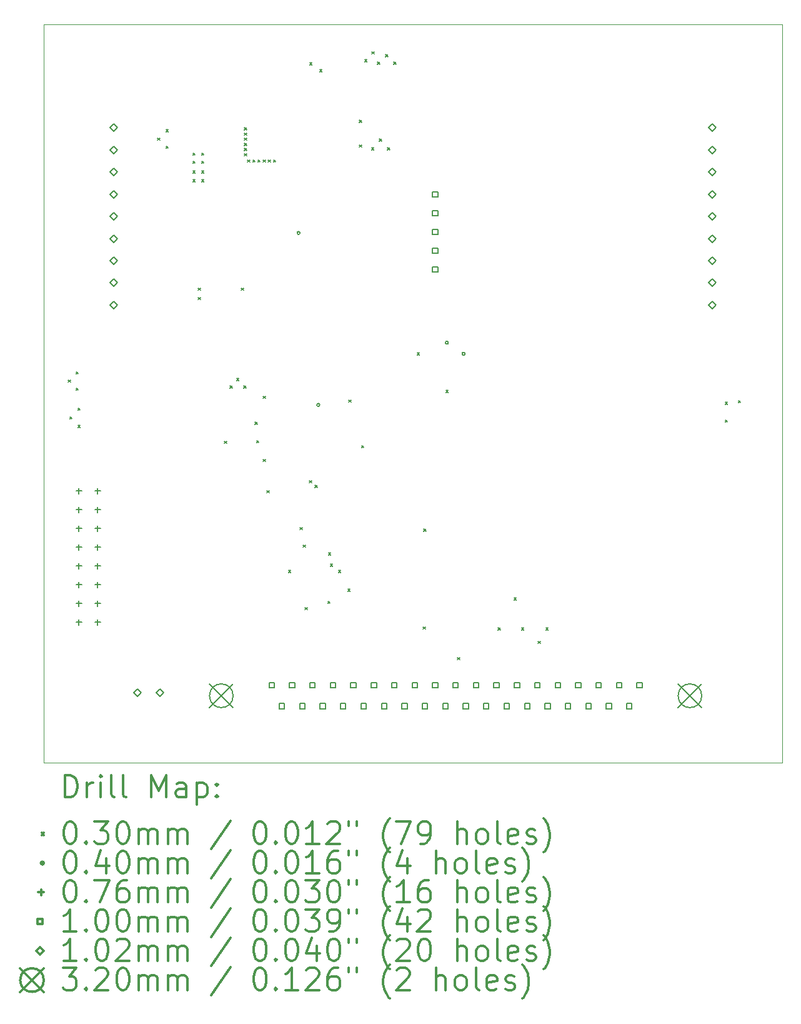
<source format=gbr>
%FSLAX45Y45*%
G04 Gerber Fmt 4.5, Leading zero omitted, Abs format (unit mm)*
G04 Created by KiCad (PCBNEW (5.1.4)-1) date 2021-11-30 13:29:08*
%MOMM*%
%LPD*%
G04 APERTURE LIST*
%ADD10C,0.050000*%
%ADD11C,0.200000*%
%ADD12C,0.300000*%
G04 APERTURE END LIST*
D10*
X17500000Y-16000000D02*
X7500000Y-16000000D01*
X17500000Y-6000000D02*
X17500000Y-16000000D01*
X7500000Y-6000000D02*
X17500000Y-6000000D01*
X7500000Y-16000000D02*
X7500000Y-6000000D01*
D11*
X7830000Y-10815000D02*
X7860000Y-10845000D01*
X7860000Y-10815000D02*
X7830000Y-10845000D01*
X7850000Y-11315000D02*
X7880000Y-11345000D01*
X7880000Y-11315000D02*
X7850000Y-11345000D01*
X7935000Y-10705000D02*
X7965000Y-10735000D01*
X7965000Y-10705000D02*
X7935000Y-10735000D01*
X7935000Y-10925000D02*
X7965000Y-10955000D01*
X7965000Y-10925000D02*
X7935000Y-10955000D01*
X7960000Y-11195000D02*
X7990000Y-11225000D01*
X7990000Y-11195000D02*
X7960000Y-11225000D01*
X7960000Y-11430000D02*
X7990000Y-11460000D01*
X7990000Y-11430000D02*
X7960000Y-11460000D01*
X9040000Y-7540000D02*
X9070000Y-7570000D01*
X9070000Y-7540000D02*
X9040000Y-7570000D01*
X9155000Y-7425000D02*
X9185000Y-7455000D01*
X9185000Y-7425000D02*
X9155000Y-7455000D01*
X9155000Y-7650000D02*
X9185000Y-7680000D01*
X9185000Y-7650000D02*
X9155000Y-7680000D01*
X9588000Y-9698000D02*
X9618000Y-9728000D01*
X9618000Y-9698000D02*
X9588000Y-9728000D01*
X9589000Y-9571000D02*
X9619000Y-9601000D01*
X9619000Y-9571000D02*
X9589000Y-9601000D01*
X9944820Y-11643598D02*
X9974820Y-11673598D01*
X9974820Y-11643598D02*
X9944820Y-11673598D01*
X10020000Y-10895000D02*
X10050000Y-10925000D01*
X10050000Y-10895000D02*
X10020000Y-10925000D01*
X10110000Y-10795000D02*
X10140000Y-10825000D01*
X10140000Y-10795000D02*
X10110000Y-10825000D01*
X10176000Y-9571000D02*
X10206000Y-9601000D01*
X10206000Y-9571000D02*
X10176000Y-9601000D01*
X10208500Y-10895000D02*
X10238500Y-10925000D01*
X10238500Y-10895000D02*
X10208500Y-10925000D01*
X10215000Y-7400000D02*
X10245000Y-7430000D01*
X10245000Y-7400000D02*
X10215000Y-7430000D01*
X10215000Y-7470000D02*
X10245000Y-7500000D01*
X10245000Y-7470000D02*
X10215000Y-7500000D01*
X10215000Y-7540000D02*
X10245000Y-7570000D01*
X10245000Y-7540000D02*
X10215000Y-7570000D01*
X10215000Y-7610000D02*
X10245000Y-7640000D01*
X10245000Y-7610000D02*
X10215000Y-7640000D01*
X10215000Y-7680000D02*
X10245000Y-7710000D01*
X10245000Y-7680000D02*
X10215000Y-7710000D01*
X10215000Y-7750000D02*
X10245000Y-7780000D01*
X10245000Y-7750000D02*
X10215000Y-7780000D01*
X10260000Y-7835000D02*
X10290000Y-7865000D01*
X10290000Y-7835000D02*
X10260000Y-7865000D01*
X10330000Y-7835000D02*
X10360000Y-7865000D01*
X10360000Y-7835000D02*
X10330000Y-7865000D01*
X10358360Y-11387060D02*
X10388360Y-11417060D01*
X10388360Y-11387060D02*
X10358360Y-11417060D01*
X10380000Y-11635000D02*
X10410000Y-11665000D01*
X10410000Y-11635000D02*
X10380000Y-11665000D01*
X10400000Y-7835000D02*
X10430000Y-7865000D01*
X10430000Y-7835000D02*
X10400000Y-7865000D01*
X10470000Y-7835000D02*
X10500000Y-7865000D01*
X10500000Y-7835000D02*
X10470000Y-7865000D01*
X10470000Y-11035000D02*
X10500000Y-11065000D01*
X10500000Y-11035000D02*
X10470000Y-11065000D01*
X10470000Y-11890000D02*
X10500000Y-11920000D01*
X10500000Y-11890000D02*
X10470000Y-11920000D01*
X10520920Y-12311620D02*
X10550920Y-12341620D01*
X10550920Y-12311620D02*
X10520920Y-12341620D01*
X10540000Y-7835000D02*
X10570000Y-7865000D01*
X10570000Y-7835000D02*
X10540000Y-7865000D01*
X10610000Y-7835000D02*
X10640000Y-7865000D01*
X10640000Y-7835000D02*
X10610000Y-7865000D01*
X10815000Y-13395000D02*
X10845000Y-13425000D01*
X10845000Y-13395000D02*
X10815000Y-13425000D01*
X10970500Y-12814540D02*
X11000500Y-12844540D01*
X11000500Y-12814540D02*
X10970500Y-12844540D01*
X11011140Y-13048220D02*
X11041140Y-13078220D01*
X11041140Y-13048220D02*
X11011140Y-13078220D01*
X11036776Y-13896580D02*
X11066776Y-13926580D01*
X11066776Y-13896580D02*
X11036776Y-13926580D01*
X11094960Y-12177000D02*
X11124960Y-12207000D01*
X11124960Y-12177000D02*
X11094960Y-12207000D01*
X11100000Y-6520000D02*
X11130000Y-6550000D01*
X11130000Y-6520000D02*
X11100000Y-6550000D01*
X11170920Y-12243040D02*
X11200920Y-12273040D01*
X11200920Y-12243040D02*
X11170920Y-12273040D01*
X11235000Y-6610000D02*
X11265000Y-6640000D01*
X11265000Y-6610000D02*
X11235000Y-6640000D01*
X11346420Y-13812760D02*
X11376420Y-13842760D01*
X11376420Y-13812760D02*
X11346420Y-13842760D01*
X11356580Y-13154900D02*
X11386580Y-13184900D01*
X11386580Y-13154900D02*
X11356580Y-13184900D01*
X11380000Y-13310000D02*
X11410000Y-13340000D01*
X11410000Y-13310000D02*
X11380000Y-13340000D01*
X11490000Y-13395000D02*
X11520000Y-13425000D01*
X11520000Y-13395000D02*
X11490000Y-13425000D01*
X11615660Y-13647420D02*
X11645660Y-13677420D01*
X11645660Y-13647420D02*
X11615660Y-13677420D01*
X11630900Y-11087340D02*
X11660900Y-11117340D01*
X11660900Y-11087340D02*
X11630900Y-11117340D01*
X11775000Y-7295000D02*
X11805000Y-7325000D01*
X11805000Y-7295000D02*
X11775000Y-7325000D01*
X11775000Y-7630000D02*
X11805000Y-7660000D01*
X11805000Y-7630000D02*
X11775000Y-7660000D01*
X11805001Y-11705000D02*
X11835001Y-11735000D01*
X11835001Y-11705000D02*
X11805001Y-11735000D01*
X11845000Y-6475000D02*
X11875000Y-6505000D01*
X11875000Y-6475000D02*
X11845000Y-6505000D01*
X11940000Y-7670000D02*
X11970000Y-7700000D01*
X11970000Y-7670000D02*
X11940000Y-7700000D01*
X11945000Y-6370000D02*
X11975000Y-6400000D01*
X11975000Y-6370000D02*
X11945000Y-6400000D01*
X12020000Y-6510000D02*
X12050000Y-6540000D01*
X12050000Y-6510000D02*
X12020000Y-6540000D01*
X12045000Y-7550000D02*
X12075000Y-7580000D01*
X12075000Y-7550000D02*
X12045000Y-7580000D01*
X12130000Y-6410000D02*
X12160000Y-6440000D01*
X12160000Y-6410000D02*
X12130000Y-6440000D01*
X12155000Y-7670000D02*
X12185000Y-7700000D01*
X12185000Y-7670000D02*
X12155000Y-7700000D01*
X12240000Y-6510000D02*
X12270000Y-6540000D01*
X12270000Y-6510000D02*
X12240000Y-6540000D01*
X12558000Y-10447260D02*
X12588000Y-10477260D01*
X12588000Y-10447260D02*
X12558000Y-10477260D01*
X12640000Y-14157540D02*
X12670000Y-14187540D01*
X12670000Y-14157540D02*
X12640000Y-14187540D01*
X12645000Y-12835000D02*
X12675000Y-12865000D01*
X12675000Y-12835000D02*
X12645000Y-12865000D01*
X12946040Y-10955260D02*
X12976040Y-10985260D01*
X12976040Y-10955260D02*
X12946040Y-10985260D01*
X13102500Y-14572500D02*
X13132500Y-14602500D01*
X13132500Y-14572500D02*
X13102500Y-14602500D01*
X13652740Y-14173440D02*
X13682740Y-14203440D01*
X13682740Y-14173440D02*
X13652740Y-14203440D01*
X13871180Y-13767040D02*
X13901180Y-13797040D01*
X13901180Y-13767040D02*
X13871180Y-13797040D01*
X13970240Y-14173440D02*
X14000240Y-14203440D01*
X14000240Y-14173440D02*
X13970240Y-14203440D01*
X14195000Y-14352500D02*
X14225000Y-14382500D01*
X14225000Y-14352500D02*
X14195000Y-14382500D01*
X14302980Y-14170900D02*
X14332980Y-14200900D01*
X14332980Y-14170900D02*
X14302980Y-14200900D01*
X16730000Y-11117500D02*
X16760000Y-11147500D01*
X16760000Y-11117500D02*
X16730000Y-11147500D01*
X16730000Y-11357500D02*
X16760000Y-11387500D01*
X16760000Y-11357500D02*
X16730000Y-11387500D01*
X16910000Y-11095000D02*
X16940000Y-11125000D01*
X16940000Y-11095000D02*
X16910000Y-11125000D01*
X9518220Y-7741500D02*
X9548220Y-7771500D01*
X9548220Y-7741500D02*
X9518220Y-7771500D01*
X9518220Y-7851500D02*
X9548220Y-7881500D01*
X9548220Y-7851500D02*
X9518220Y-7881500D01*
X9518220Y-7981500D02*
X9548220Y-8011500D01*
X9548220Y-7981500D02*
X9518220Y-8011500D01*
X9518220Y-8101500D02*
X9548220Y-8131500D01*
X9548220Y-8101500D02*
X9518220Y-8131500D01*
X9638220Y-7741500D02*
X9668220Y-7771500D01*
X9668220Y-7741500D02*
X9638220Y-7771500D01*
X9638220Y-7851500D02*
X9668220Y-7881500D01*
X9668220Y-7851500D02*
X9638220Y-7881500D01*
X9638220Y-7981500D02*
X9668220Y-8011500D01*
X9668220Y-7981500D02*
X9638220Y-8011500D01*
X9638220Y-8101500D02*
X9668220Y-8131500D01*
X9668220Y-8101500D02*
X9638220Y-8131500D01*
X10970000Y-8825000D02*
G75*
G03X10970000Y-8825000I-20000J0D01*
G01*
X11237500Y-11152500D02*
G75*
G03X11237500Y-11152500I-20000J0D01*
G01*
X12980000Y-10310000D02*
G75*
G03X12980000Y-10310000I-20000J0D01*
G01*
X13205000Y-10460000D02*
G75*
G03X13205000Y-10460000I-20000J0D01*
G01*
X7974000Y-12278880D02*
X7974000Y-12355080D01*
X7935900Y-12316980D02*
X8012100Y-12316980D01*
X7974000Y-12532880D02*
X7974000Y-12609080D01*
X7935900Y-12570980D02*
X8012100Y-12570980D01*
X7974000Y-12786880D02*
X7974000Y-12863080D01*
X7935900Y-12824980D02*
X8012100Y-12824980D01*
X7974000Y-13040880D02*
X7974000Y-13117080D01*
X7935900Y-13078980D02*
X8012100Y-13078980D01*
X7974000Y-13294880D02*
X7974000Y-13371080D01*
X7935900Y-13332980D02*
X8012100Y-13332980D01*
X7974000Y-13548880D02*
X7974000Y-13625080D01*
X7935900Y-13586980D02*
X8012100Y-13586980D01*
X7974000Y-13802880D02*
X7974000Y-13879080D01*
X7935900Y-13840980D02*
X8012100Y-13840980D01*
X7974000Y-14056880D02*
X7974000Y-14133080D01*
X7935900Y-14094980D02*
X8012100Y-14094980D01*
X8228000Y-12278880D02*
X8228000Y-12355080D01*
X8189900Y-12316980D02*
X8266100Y-12316980D01*
X8228000Y-12532880D02*
X8228000Y-12609080D01*
X8189900Y-12570980D02*
X8266100Y-12570980D01*
X8228000Y-12786880D02*
X8228000Y-12863080D01*
X8189900Y-12824980D02*
X8266100Y-12824980D01*
X8228000Y-13040880D02*
X8228000Y-13117080D01*
X8189900Y-13078980D02*
X8266100Y-13078980D01*
X8228000Y-13294880D02*
X8228000Y-13371080D01*
X8189900Y-13332980D02*
X8266100Y-13332980D01*
X8228000Y-13548880D02*
X8228000Y-13625080D01*
X8189900Y-13586980D02*
X8266100Y-13586980D01*
X8228000Y-13802880D02*
X8228000Y-13879080D01*
X8189900Y-13840980D02*
X8266100Y-13840980D01*
X8228000Y-14056880D02*
X8228000Y-14133080D01*
X8189900Y-14094980D02*
X8266100Y-14094980D01*
X12835356Y-8340356D02*
X12835356Y-8269644D01*
X12764644Y-8269644D01*
X12764644Y-8340356D01*
X12835356Y-8340356D01*
X12835356Y-8594356D02*
X12835356Y-8523644D01*
X12764644Y-8523644D01*
X12764644Y-8594356D01*
X12835356Y-8594356D01*
X12835356Y-8848356D02*
X12835356Y-8777644D01*
X12764644Y-8777644D01*
X12764644Y-8848356D01*
X12835356Y-8848356D01*
X12835356Y-9102356D02*
X12835356Y-9031644D01*
X12764644Y-9031644D01*
X12764644Y-9102356D01*
X12835356Y-9102356D01*
X12835356Y-9356356D02*
X12835356Y-9285644D01*
X12764644Y-9285644D01*
X12764644Y-9356356D01*
X12835356Y-9356356D01*
X10620356Y-14985356D02*
X10620356Y-14914644D01*
X10549644Y-14914644D01*
X10549644Y-14985356D01*
X10620356Y-14985356D01*
X10758856Y-15269356D02*
X10758856Y-15198644D01*
X10688144Y-15198644D01*
X10688144Y-15269356D01*
X10758856Y-15269356D01*
X10897356Y-14985356D02*
X10897356Y-14914644D01*
X10826644Y-14914644D01*
X10826644Y-14985356D01*
X10897356Y-14985356D01*
X11035856Y-15269356D02*
X11035856Y-15198644D01*
X10965144Y-15198644D01*
X10965144Y-15269356D01*
X11035856Y-15269356D01*
X11174356Y-14985356D02*
X11174356Y-14914644D01*
X11103644Y-14914644D01*
X11103644Y-14985356D01*
X11174356Y-14985356D01*
X11312856Y-15269356D02*
X11312856Y-15198644D01*
X11242144Y-15198644D01*
X11242144Y-15269356D01*
X11312856Y-15269356D01*
X11451356Y-14985356D02*
X11451356Y-14914644D01*
X11380644Y-14914644D01*
X11380644Y-14985356D01*
X11451356Y-14985356D01*
X11589856Y-15269356D02*
X11589856Y-15198644D01*
X11519144Y-15198644D01*
X11519144Y-15269356D01*
X11589856Y-15269356D01*
X11728356Y-14985356D02*
X11728356Y-14914644D01*
X11657644Y-14914644D01*
X11657644Y-14985356D01*
X11728356Y-14985356D01*
X11866856Y-15269356D02*
X11866856Y-15198644D01*
X11796144Y-15198644D01*
X11796144Y-15269356D01*
X11866856Y-15269356D01*
X12005356Y-14985356D02*
X12005356Y-14914644D01*
X11934644Y-14914644D01*
X11934644Y-14985356D01*
X12005356Y-14985356D01*
X12143856Y-15269356D02*
X12143856Y-15198644D01*
X12073144Y-15198644D01*
X12073144Y-15269356D01*
X12143856Y-15269356D01*
X12282356Y-14985356D02*
X12282356Y-14914644D01*
X12211644Y-14914644D01*
X12211644Y-14985356D01*
X12282356Y-14985356D01*
X12420856Y-15269356D02*
X12420856Y-15198644D01*
X12350144Y-15198644D01*
X12350144Y-15269356D01*
X12420856Y-15269356D01*
X12559356Y-14985356D02*
X12559356Y-14914644D01*
X12488644Y-14914644D01*
X12488644Y-14985356D01*
X12559356Y-14985356D01*
X12697856Y-15269356D02*
X12697856Y-15198644D01*
X12627144Y-15198644D01*
X12627144Y-15269356D01*
X12697856Y-15269356D01*
X12836356Y-14985356D02*
X12836356Y-14914644D01*
X12765644Y-14914644D01*
X12765644Y-14985356D01*
X12836356Y-14985356D01*
X12974856Y-15269356D02*
X12974856Y-15198644D01*
X12904144Y-15198644D01*
X12904144Y-15269356D01*
X12974856Y-15269356D01*
X13113356Y-14985356D02*
X13113356Y-14914644D01*
X13042644Y-14914644D01*
X13042644Y-14985356D01*
X13113356Y-14985356D01*
X13251856Y-15269356D02*
X13251856Y-15198644D01*
X13181144Y-15198644D01*
X13181144Y-15269356D01*
X13251856Y-15269356D01*
X13390356Y-14985356D02*
X13390356Y-14914644D01*
X13319644Y-14914644D01*
X13319644Y-14985356D01*
X13390356Y-14985356D01*
X13528856Y-15269356D02*
X13528856Y-15198644D01*
X13458144Y-15198644D01*
X13458144Y-15269356D01*
X13528856Y-15269356D01*
X13667356Y-14985356D02*
X13667356Y-14914644D01*
X13596644Y-14914644D01*
X13596644Y-14985356D01*
X13667356Y-14985356D01*
X13805856Y-15269356D02*
X13805856Y-15198644D01*
X13735144Y-15198644D01*
X13735144Y-15269356D01*
X13805856Y-15269356D01*
X13944356Y-14985356D02*
X13944356Y-14914644D01*
X13873644Y-14914644D01*
X13873644Y-14985356D01*
X13944356Y-14985356D01*
X14082856Y-15269356D02*
X14082856Y-15198644D01*
X14012144Y-15198644D01*
X14012144Y-15269356D01*
X14082856Y-15269356D01*
X14221356Y-14985356D02*
X14221356Y-14914644D01*
X14150644Y-14914644D01*
X14150644Y-14985356D01*
X14221356Y-14985356D01*
X14359856Y-15269356D02*
X14359856Y-15198644D01*
X14289144Y-15198644D01*
X14289144Y-15269356D01*
X14359856Y-15269356D01*
X14498356Y-14985356D02*
X14498356Y-14914644D01*
X14427644Y-14914644D01*
X14427644Y-14985356D01*
X14498356Y-14985356D01*
X14636856Y-15269356D02*
X14636856Y-15198644D01*
X14566144Y-15198644D01*
X14566144Y-15269356D01*
X14636856Y-15269356D01*
X14775356Y-14985356D02*
X14775356Y-14914644D01*
X14704644Y-14914644D01*
X14704644Y-14985356D01*
X14775356Y-14985356D01*
X14913856Y-15269356D02*
X14913856Y-15198644D01*
X14843144Y-15198644D01*
X14843144Y-15269356D01*
X14913856Y-15269356D01*
X15052356Y-14985356D02*
X15052356Y-14914644D01*
X14981644Y-14914644D01*
X14981644Y-14985356D01*
X15052356Y-14985356D01*
X15190856Y-15269356D02*
X15190856Y-15198644D01*
X15120144Y-15198644D01*
X15120144Y-15269356D01*
X15190856Y-15269356D01*
X15329356Y-14985356D02*
X15329356Y-14914644D01*
X15258644Y-14914644D01*
X15258644Y-14985356D01*
X15329356Y-14985356D01*
X15467856Y-15269356D02*
X15467856Y-15198644D01*
X15397144Y-15198644D01*
X15397144Y-15269356D01*
X15467856Y-15269356D01*
X15606356Y-14985356D02*
X15606356Y-14914644D01*
X15535644Y-14914644D01*
X15535644Y-14985356D01*
X15606356Y-14985356D01*
X16557000Y-7451000D02*
X16608000Y-7400000D01*
X16557000Y-7349000D01*
X16506000Y-7400000D01*
X16557000Y-7451000D01*
X16557000Y-7751000D02*
X16608000Y-7700000D01*
X16557000Y-7649000D01*
X16506000Y-7700000D01*
X16557000Y-7751000D01*
X16557000Y-8051000D02*
X16608000Y-8000000D01*
X16557000Y-7949000D01*
X16506000Y-8000000D01*
X16557000Y-8051000D01*
X16557000Y-8351000D02*
X16608000Y-8300000D01*
X16557000Y-8249000D01*
X16506000Y-8300000D01*
X16557000Y-8351000D01*
X16557000Y-8651000D02*
X16608000Y-8600000D01*
X16557000Y-8549000D01*
X16506000Y-8600000D01*
X16557000Y-8651000D01*
X16557000Y-8951000D02*
X16608000Y-8900000D01*
X16557000Y-8849000D01*
X16506000Y-8900000D01*
X16557000Y-8951000D01*
X16557000Y-9251000D02*
X16608000Y-9200000D01*
X16557000Y-9149000D01*
X16506000Y-9200000D01*
X16557000Y-9251000D01*
X16557000Y-9551000D02*
X16608000Y-9500000D01*
X16557000Y-9449000D01*
X16506000Y-9500000D01*
X16557000Y-9551000D01*
X16557000Y-9851000D02*
X16608000Y-9800000D01*
X16557000Y-9749000D01*
X16506000Y-9800000D01*
X16557000Y-9851000D01*
X8445700Y-7451000D02*
X8496700Y-7400000D01*
X8445700Y-7349000D01*
X8394700Y-7400000D01*
X8445700Y-7451000D01*
X8445700Y-7751000D02*
X8496700Y-7700000D01*
X8445700Y-7649000D01*
X8394700Y-7700000D01*
X8445700Y-7751000D01*
X8445700Y-8051000D02*
X8496700Y-8000000D01*
X8445700Y-7949000D01*
X8394700Y-8000000D01*
X8445700Y-8051000D01*
X8445700Y-8351000D02*
X8496700Y-8300000D01*
X8445700Y-8249000D01*
X8394700Y-8300000D01*
X8445700Y-8351000D01*
X8445700Y-8651000D02*
X8496700Y-8600000D01*
X8445700Y-8549000D01*
X8394700Y-8600000D01*
X8445700Y-8651000D01*
X8445700Y-8951000D02*
X8496700Y-8900000D01*
X8445700Y-8849000D01*
X8394700Y-8900000D01*
X8445700Y-8951000D01*
X8445700Y-9251000D02*
X8496700Y-9200000D01*
X8445700Y-9149000D01*
X8394700Y-9200000D01*
X8445700Y-9251000D01*
X8445700Y-9551000D02*
X8496700Y-9500000D01*
X8445700Y-9449000D01*
X8394700Y-9500000D01*
X8445700Y-9551000D01*
X8445700Y-9851000D02*
X8496700Y-9800000D01*
X8445700Y-9749000D01*
X8394700Y-9800000D01*
X8445700Y-9851000D01*
X8770000Y-15103500D02*
X8821000Y-15052500D01*
X8770000Y-15001500D01*
X8719000Y-15052500D01*
X8770000Y-15103500D01*
X9070000Y-15103500D02*
X9121000Y-15052500D01*
X9070000Y-15001500D01*
X9019000Y-15052500D01*
X9070000Y-15103500D01*
X9743000Y-14932000D02*
X10063000Y-15252000D01*
X10063000Y-14932000D02*
X9743000Y-15252000D01*
X10063000Y-15092000D02*
G75*
G03X10063000Y-15092000I-160000J0D01*
G01*
X16093000Y-14932000D02*
X16413000Y-15252000D01*
X16413000Y-14932000D02*
X16093000Y-15252000D01*
X16413000Y-15092000D02*
G75*
G03X16413000Y-15092000I-160000J0D01*
G01*
D12*
X7783928Y-16468214D02*
X7783928Y-16168214D01*
X7855357Y-16168214D01*
X7898214Y-16182500D01*
X7926786Y-16211071D01*
X7941071Y-16239643D01*
X7955357Y-16296786D01*
X7955357Y-16339643D01*
X7941071Y-16396786D01*
X7926786Y-16425357D01*
X7898214Y-16453929D01*
X7855357Y-16468214D01*
X7783928Y-16468214D01*
X8083928Y-16468214D02*
X8083928Y-16268214D01*
X8083928Y-16325357D02*
X8098214Y-16296786D01*
X8112500Y-16282500D01*
X8141071Y-16268214D01*
X8169643Y-16268214D01*
X8269643Y-16468214D02*
X8269643Y-16268214D01*
X8269643Y-16168214D02*
X8255357Y-16182500D01*
X8269643Y-16196786D01*
X8283928Y-16182500D01*
X8269643Y-16168214D01*
X8269643Y-16196786D01*
X8455357Y-16468214D02*
X8426786Y-16453929D01*
X8412500Y-16425357D01*
X8412500Y-16168214D01*
X8612500Y-16468214D02*
X8583928Y-16453929D01*
X8569643Y-16425357D01*
X8569643Y-16168214D01*
X8955357Y-16468214D02*
X8955357Y-16168214D01*
X9055357Y-16382500D01*
X9155357Y-16168214D01*
X9155357Y-16468214D01*
X9426786Y-16468214D02*
X9426786Y-16311071D01*
X9412500Y-16282500D01*
X9383928Y-16268214D01*
X9326786Y-16268214D01*
X9298214Y-16282500D01*
X9426786Y-16453929D02*
X9398214Y-16468214D01*
X9326786Y-16468214D01*
X9298214Y-16453929D01*
X9283928Y-16425357D01*
X9283928Y-16396786D01*
X9298214Y-16368214D01*
X9326786Y-16353929D01*
X9398214Y-16353929D01*
X9426786Y-16339643D01*
X9569643Y-16268214D02*
X9569643Y-16568214D01*
X9569643Y-16282500D02*
X9598214Y-16268214D01*
X9655357Y-16268214D01*
X9683928Y-16282500D01*
X9698214Y-16296786D01*
X9712500Y-16325357D01*
X9712500Y-16411071D01*
X9698214Y-16439643D01*
X9683928Y-16453929D01*
X9655357Y-16468214D01*
X9598214Y-16468214D01*
X9569643Y-16453929D01*
X9841071Y-16439643D02*
X9855357Y-16453929D01*
X9841071Y-16468214D01*
X9826786Y-16453929D01*
X9841071Y-16439643D01*
X9841071Y-16468214D01*
X9841071Y-16282500D02*
X9855357Y-16296786D01*
X9841071Y-16311071D01*
X9826786Y-16296786D01*
X9841071Y-16282500D01*
X9841071Y-16311071D01*
X7467500Y-16947500D02*
X7497500Y-16977500D01*
X7497500Y-16947500D02*
X7467500Y-16977500D01*
X7841071Y-16798214D02*
X7869643Y-16798214D01*
X7898214Y-16812500D01*
X7912500Y-16826786D01*
X7926786Y-16855357D01*
X7941071Y-16912500D01*
X7941071Y-16983929D01*
X7926786Y-17041072D01*
X7912500Y-17069643D01*
X7898214Y-17083929D01*
X7869643Y-17098214D01*
X7841071Y-17098214D01*
X7812500Y-17083929D01*
X7798214Y-17069643D01*
X7783928Y-17041072D01*
X7769643Y-16983929D01*
X7769643Y-16912500D01*
X7783928Y-16855357D01*
X7798214Y-16826786D01*
X7812500Y-16812500D01*
X7841071Y-16798214D01*
X8069643Y-17069643D02*
X8083928Y-17083929D01*
X8069643Y-17098214D01*
X8055357Y-17083929D01*
X8069643Y-17069643D01*
X8069643Y-17098214D01*
X8183928Y-16798214D02*
X8369643Y-16798214D01*
X8269643Y-16912500D01*
X8312500Y-16912500D01*
X8341071Y-16926786D01*
X8355357Y-16941072D01*
X8369643Y-16969643D01*
X8369643Y-17041072D01*
X8355357Y-17069643D01*
X8341071Y-17083929D01*
X8312500Y-17098214D01*
X8226786Y-17098214D01*
X8198214Y-17083929D01*
X8183928Y-17069643D01*
X8555357Y-16798214D02*
X8583928Y-16798214D01*
X8612500Y-16812500D01*
X8626786Y-16826786D01*
X8641071Y-16855357D01*
X8655357Y-16912500D01*
X8655357Y-16983929D01*
X8641071Y-17041072D01*
X8626786Y-17069643D01*
X8612500Y-17083929D01*
X8583928Y-17098214D01*
X8555357Y-17098214D01*
X8526786Y-17083929D01*
X8512500Y-17069643D01*
X8498214Y-17041072D01*
X8483928Y-16983929D01*
X8483928Y-16912500D01*
X8498214Y-16855357D01*
X8512500Y-16826786D01*
X8526786Y-16812500D01*
X8555357Y-16798214D01*
X8783928Y-17098214D02*
X8783928Y-16898214D01*
X8783928Y-16926786D02*
X8798214Y-16912500D01*
X8826786Y-16898214D01*
X8869643Y-16898214D01*
X8898214Y-16912500D01*
X8912500Y-16941072D01*
X8912500Y-17098214D01*
X8912500Y-16941072D02*
X8926786Y-16912500D01*
X8955357Y-16898214D01*
X8998214Y-16898214D01*
X9026786Y-16912500D01*
X9041071Y-16941072D01*
X9041071Y-17098214D01*
X9183928Y-17098214D02*
X9183928Y-16898214D01*
X9183928Y-16926786D02*
X9198214Y-16912500D01*
X9226786Y-16898214D01*
X9269643Y-16898214D01*
X9298214Y-16912500D01*
X9312500Y-16941072D01*
X9312500Y-17098214D01*
X9312500Y-16941072D02*
X9326786Y-16912500D01*
X9355357Y-16898214D01*
X9398214Y-16898214D01*
X9426786Y-16912500D01*
X9441071Y-16941072D01*
X9441071Y-17098214D01*
X10026786Y-16783929D02*
X9769643Y-17169643D01*
X10412500Y-16798214D02*
X10441071Y-16798214D01*
X10469643Y-16812500D01*
X10483928Y-16826786D01*
X10498214Y-16855357D01*
X10512500Y-16912500D01*
X10512500Y-16983929D01*
X10498214Y-17041072D01*
X10483928Y-17069643D01*
X10469643Y-17083929D01*
X10441071Y-17098214D01*
X10412500Y-17098214D01*
X10383928Y-17083929D01*
X10369643Y-17069643D01*
X10355357Y-17041072D01*
X10341071Y-16983929D01*
X10341071Y-16912500D01*
X10355357Y-16855357D01*
X10369643Y-16826786D01*
X10383928Y-16812500D01*
X10412500Y-16798214D01*
X10641071Y-17069643D02*
X10655357Y-17083929D01*
X10641071Y-17098214D01*
X10626786Y-17083929D01*
X10641071Y-17069643D01*
X10641071Y-17098214D01*
X10841071Y-16798214D02*
X10869643Y-16798214D01*
X10898214Y-16812500D01*
X10912500Y-16826786D01*
X10926786Y-16855357D01*
X10941071Y-16912500D01*
X10941071Y-16983929D01*
X10926786Y-17041072D01*
X10912500Y-17069643D01*
X10898214Y-17083929D01*
X10869643Y-17098214D01*
X10841071Y-17098214D01*
X10812500Y-17083929D01*
X10798214Y-17069643D01*
X10783928Y-17041072D01*
X10769643Y-16983929D01*
X10769643Y-16912500D01*
X10783928Y-16855357D01*
X10798214Y-16826786D01*
X10812500Y-16812500D01*
X10841071Y-16798214D01*
X11226786Y-17098214D02*
X11055357Y-17098214D01*
X11141071Y-17098214D02*
X11141071Y-16798214D01*
X11112500Y-16841072D01*
X11083928Y-16869643D01*
X11055357Y-16883929D01*
X11341071Y-16826786D02*
X11355357Y-16812500D01*
X11383928Y-16798214D01*
X11455357Y-16798214D01*
X11483928Y-16812500D01*
X11498214Y-16826786D01*
X11512500Y-16855357D01*
X11512500Y-16883929D01*
X11498214Y-16926786D01*
X11326786Y-17098214D01*
X11512500Y-17098214D01*
X11626786Y-16798214D02*
X11626786Y-16855357D01*
X11741071Y-16798214D02*
X11741071Y-16855357D01*
X12183928Y-17212500D02*
X12169643Y-17198214D01*
X12141071Y-17155357D01*
X12126786Y-17126786D01*
X12112500Y-17083929D01*
X12098214Y-17012500D01*
X12098214Y-16955357D01*
X12112500Y-16883929D01*
X12126786Y-16841072D01*
X12141071Y-16812500D01*
X12169643Y-16769643D01*
X12183928Y-16755357D01*
X12269643Y-16798214D02*
X12469643Y-16798214D01*
X12341071Y-17098214D01*
X12598214Y-17098214D02*
X12655357Y-17098214D01*
X12683928Y-17083929D01*
X12698214Y-17069643D01*
X12726786Y-17026786D01*
X12741071Y-16969643D01*
X12741071Y-16855357D01*
X12726786Y-16826786D01*
X12712500Y-16812500D01*
X12683928Y-16798214D01*
X12626786Y-16798214D01*
X12598214Y-16812500D01*
X12583928Y-16826786D01*
X12569643Y-16855357D01*
X12569643Y-16926786D01*
X12583928Y-16955357D01*
X12598214Y-16969643D01*
X12626786Y-16983929D01*
X12683928Y-16983929D01*
X12712500Y-16969643D01*
X12726786Y-16955357D01*
X12741071Y-16926786D01*
X13098214Y-17098214D02*
X13098214Y-16798214D01*
X13226786Y-17098214D02*
X13226786Y-16941072D01*
X13212500Y-16912500D01*
X13183928Y-16898214D01*
X13141071Y-16898214D01*
X13112500Y-16912500D01*
X13098214Y-16926786D01*
X13412500Y-17098214D02*
X13383928Y-17083929D01*
X13369643Y-17069643D01*
X13355357Y-17041072D01*
X13355357Y-16955357D01*
X13369643Y-16926786D01*
X13383928Y-16912500D01*
X13412500Y-16898214D01*
X13455357Y-16898214D01*
X13483928Y-16912500D01*
X13498214Y-16926786D01*
X13512500Y-16955357D01*
X13512500Y-17041072D01*
X13498214Y-17069643D01*
X13483928Y-17083929D01*
X13455357Y-17098214D01*
X13412500Y-17098214D01*
X13683928Y-17098214D02*
X13655357Y-17083929D01*
X13641071Y-17055357D01*
X13641071Y-16798214D01*
X13912500Y-17083929D02*
X13883928Y-17098214D01*
X13826786Y-17098214D01*
X13798214Y-17083929D01*
X13783928Y-17055357D01*
X13783928Y-16941072D01*
X13798214Y-16912500D01*
X13826786Y-16898214D01*
X13883928Y-16898214D01*
X13912500Y-16912500D01*
X13926786Y-16941072D01*
X13926786Y-16969643D01*
X13783928Y-16998214D01*
X14041071Y-17083929D02*
X14069643Y-17098214D01*
X14126786Y-17098214D01*
X14155357Y-17083929D01*
X14169643Y-17055357D01*
X14169643Y-17041072D01*
X14155357Y-17012500D01*
X14126786Y-16998214D01*
X14083928Y-16998214D01*
X14055357Y-16983929D01*
X14041071Y-16955357D01*
X14041071Y-16941072D01*
X14055357Y-16912500D01*
X14083928Y-16898214D01*
X14126786Y-16898214D01*
X14155357Y-16912500D01*
X14269643Y-17212500D02*
X14283928Y-17198214D01*
X14312500Y-17155357D01*
X14326786Y-17126786D01*
X14341071Y-17083929D01*
X14355357Y-17012500D01*
X14355357Y-16955357D01*
X14341071Y-16883929D01*
X14326786Y-16841072D01*
X14312500Y-16812500D01*
X14283928Y-16769643D01*
X14269643Y-16755357D01*
X7497500Y-17358500D02*
G75*
G03X7497500Y-17358500I-20000J0D01*
G01*
X7841071Y-17194214D02*
X7869643Y-17194214D01*
X7898214Y-17208500D01*
X7912500Y-17222786D01*
X7926786Y-17251357D01*
X7941071Y-17308500D01*
X7941071Y-17379929D01*
X7926786Y-17437072D01*
X7912500Y-17465643D01*
X7898214Y-17479929D01*
X7869643Y-17494214D01*
X7841071Y-17494214D01*
X7812500Y-17479929D01*
X7798214Y-17465643D01*
X7783928Y-17437072D01*
X7769643Y-17379929D01*
X7769643Y-17308500D01*
X7783928Y-17251357D01*
X7798214Y-17222786D01*
X7812500Y-17208500D01*
X7841071Y-17194214D01*
X8069643Y-17465643D02*
X8083928Y-17479929D01*
X8069643Y-17494214D01*
X8055357Y-17479929D01*
X8069643Y-17465643D01*
X8069643Y-17494214D01*
X8341071Y-17294214D02*
X8341071Y-17494214D01*
X8269643Y-17179929D02*
X8198214Y-17394214D01*
X8383928Y-17394214D01*
X8555357Y-17194214D02*
X8583928Y-17194214D01*
X8612500Y-17208500D01*
X8626786Y-17222786D01*
X8641071Y-17251357D01*
X8655357Y-17308500D01*
X8655357Y-17379929D01*
X8641071Y-17437072D01*
X8626786Y-17465643D01*
X8612500Y-17479929D01*
X8583928Y-17494214D01*
X8555357Y-17494214D01*
X8526786Y-17479929D01*
X8512500Y-17465643D01*
X8498214Y-17437072D01*
X8483928Y-17379929D01*
X8483928Y-17308500D01*
X8498214Y-17251357D01*
X8512500Y-17222786D01*
X8526786Y-17208500D01*
X8555357Y-17194214D01*
X8783928Y-17494214D02*
X8783928Y-17294214D01*
X8783928Y-17322786D02*
X8798214Y-17308500D01*
X8826786Y-17294214D01*
X8869643Y-17294214D01*
X8898214Y-17308500D01*
X8912500Y-17337072D01*
X8912500Y-17494214D01*
X8912500Y-17337072D02*
X8926786Y-17308500D01*
X8955357Y-17294214D01*
X8998214Y-17294214D01*
X9026786Y-17308500D01*
X9041071Y-17337072D01*
X9041071Y-17494214D01*
X9183928Y-17494214D02*
X9183928Y-17294214D01*
X9183928Y-17322786D02*
X9198214Y-17308500D01*
X9226786Y-17294214D01*
X9269643Y-17294214D01*
X9298214Y-17308500D01*
X9312500Y-17337072D01*
X9312500Y-17494214D01*
X9312500Y-17337072D02*
X9326786Y-17308500D01*
X9355357Y-17294214D01*
X9398214Y-17294214D01*
X9426786Y-17308500D01*
X9441071Y-17337072D01*
X9441071Y-17494214D01*
X10026786Y-17179929D02*
X9769643Y-17565643D01*
X10412500Y-17194214D02*
X10441071Y-17194214D01*
X10469643Y-17208500D01*
X10483928Y-17222786D01*
X10498214Y-17251357D01*
X10512500Y-17308500D01*
X10512500Y-17379929D01*
X10498214Y-17437072D01*
X10483928Y-17465643D01*
X10469643Y-17479929D01*
X10441071Y-17494214D01*
X10412500Y-17494214D01*
X10383928Y-17479929D01*
X10369643Y-17465643D01*
X10355357Y-17437072D01*
X10341071Y-17379929D01*
X10341071Y-17308500D01*
X10355357Y-17251357D01*
X10369643Y-17222786D01*
X10383928Y-17208500D01*
X10412500Y-17194214D01*
X10641071Y-17465643D02*
X10655357Y-17479929D01*
X10641071Y-17494214D01*
X10626786Y-17479929D01*
X10641071Y-17465643D01*
X10641071Y-17494214D01*
X10841071Y-17194214D02*
X10869643Y-17194214D01*
X10898214Y-17208500D01*
X10912500Y-17222786D01*
X10926786Y-17251357D01*
X10941071Y-17308500D01*
X10941071Y-17379929D01*
X10926786Y-17437072D01*
X10912500Y-17465643D01*
X10898214Y-17479929D01*
X10869643Y-17494214D01*
X10841071Y-17494214D01*
X10812500Y-17479929D01*
X10798214Y-17465643D01*
X10783928Y-17437072D01*
X10769643Y-17379929D01*
X10769643Y-17308500D01*
X10783928Y-17251357D01*
X10798214Y-17222786D01*
X10812500Y-17208500D01*
X10841071Y-17194214D01*
X11226786Y-17494214D02*
X11055357Y-17494214D01*
X11141071Y-17494214D02*
X11141071Y-17194214D01*
X11112500Y-17237072D01*
X11083928Y-17265643D01*
X11055357Y-17279929D01*
X11483928Y-17194214D02*
X11426786Y-17194214D01*
X11398214Y-17208500D01*
X11383928Y-17222786D01*
X11355357Y-17265643D01*
X11341071Y-17322786D01*
X11341071Y-17437072D01*
X11355357Y-17465643D01*
X11369643Y-17479929D01*
X11398214Y-17494214D01*
X11455357Y-17494214D01*
X11483928Y-17479929D01*
X11498214Y-17465643D01*
X11512500Y-17437072D01*
X11512500Y-17365643D01*
X11498214Y-17337072D01*
X11483928Y-17322786D01*
X11455357Y-17308500D01*
X11398214Y-17308500D01*
X11369643Y-17322786D01*
X11355357Y-17337072D01*
X11341071Y-17365643D01*
X11626786Y-17194214D02*
X11626786Y-17251357D01*
X11741071Y-17194214D02*
X11741071Y-17251357D01*
X12183928Y-17608500D02*
X12169643Y-17594214D01*
X12141071Y-17551357D01*
X12126786Y-17522786D01*
X12112500Y-17479929D01*
X12098214Y-17408500D01*
X12098214Y-17351357D01*
X12112500Y-17279929D01*
X12126786Y-17237072D01*
X12141071Y-17208500D01*
X12169643Y-17165643D01*
X12183928Y-17151357D01*
X12426786Y-17294214D02*
X12426786Y-17494214D01*
X12355357Y-17179929D02*
X12283928Y-17394214D01*
X12469643Y-17394214D01*
X12812500Y-17494214D02*
X12812500Y-17194214D01*
X12941071Y-17494214D02*
X12941071Y-17337072D01*
X12926786Y-17308500D01*
X12898214Y-17294214D01*
X12855357Y-17294214D01*
X12826786Y-17308500D01*
X12812500Y-17322786D01*
X13126786Y-17494214D02*
X13098214Y-17479929D01*
X13083928Y-17465643D01*
X13069643Y-17437072D01*
X13069643Y-17351357D01*
X13083928Y-17322786D01*
X13098214Y-17308500D01*
X13126786Y-17294214D01*
X13169643Y-17294214D01*
X13198214Y-17308500D01*
X13212500Y-17322786D01*
X13226786Y-17351357D01*
X13226786Y-17437072D01*
X13212500Y-17465643D01*
X13198214Y-17479929D01*
X13169643Y-17494214D01*
X13126786Y-17494214D01*
X13398214Y-17494214D02*
X13369643Y-17479929D01*
X13355357Y-17451357D01*
X13355357Y-17194214D01*
X13626786Y-17479929D02*
X13598214Y-17494214D01*
X13541071Y-17494214D01*
X13512500Y-17479929D01*
X13498214Y-17451357D01*
X13498214Y-17337072D01*
X13512500Y-17308500D01*
X13541071Y-17294214D01*
X13598214Y-17294214D01*
X13626786Y-17308500D01*
X13641071Y-17337072D01*
X13641071Y-17365643D01*
X13498214Y-17394214D01*
X13755357Y-17479929D02*
X13783928Y-17494214D01*
X13841071Y-17494214D01*
X13869643Y-17479929D01*
X13883928Y-17451357D01*
X13883928Y-17437072D01*
X13869643Y-17408500D01*
X13841071Y-17394214D01*
X13798214Y-17394214D01*
X13769643Y-17379929D01*
X13755357Y-17351357D01*
X13755357Y-17337072D01*
X13769643Y-17308500D01*
X13798214Y-17294214D01*
X13841071Y-17294214D01*
X13869643Y-17308500D01*
X13983928Y-17608500D02*
X13998214Y-17594214D01*
X14026786Y-17551357D01*
X14041071Y-17522786D01*
X14055357Y-17479929D01*
X14069643Y-17408500D01*
X14069643Y-17351357D01*
X14055357Y-17279929D01*
X14041071Y-17237072D01*
X14026786Y-17208500D01*
X13998214Y-17165643D01*
X13983928Y-17151357D01*
X7459400Y-17716400D02*
X7459400Y-17792600D01*
X7421300Y-17754500D02*
X7497500Y-17754500D01*
X7841071Y-17590214D02*
X7869643Y-17590214D01*
X7898214Y-17604500D01*
X7912500Y-17618786D01*
X7926786Y-17647357D01*
X7941071Y-17704500D01*
X7941071Y-17775929D01*
X7926786Y-17833072D01*
X7912500Y-17861643D01*
X7898214Y-17875929D01*
X7869643Y-17890214D01*
X7841071Y-17890214D01*
X7812500Y-17875929D01*
X7798214Y-17861643D01*
X7783928Y-17833072D01*
X7769643Y-17775929D01*
X7769643Y-17704500D01*
X7783928Y-17647357D01*
X7798214Y-17618786D01*
X7812500Y-17604500D01*
X7841071Y-17590214D01*
X8069643Y-17861643D02*
X8083928Y-17875929D01*
X8069643Y-17890214D01*
X8055357Y-17875929D01*
X8069643Y-17861643D01*
X8069643Y-17890214D01*
X8183928Y-17590214D02*
X8383928Y-17590214D01*
X8255357Y-17890214D01*
X8626786Y-17590214D02*
X8569643Y-17590214D01*
X8541071Y-17604500D01*
X8526786Y-17618786D01*
X8498214Y-17661643D01*
X8483928Y-17718786D01*
X8483928Y-17833072D01*
X8498214Y-17861643D01*
X8512500Y-17875929D01*
X8541071Y-17890214D01*
X8598214Y-17890214D01*
X8626786Y-17875929D01*
X8641071Y-17861643D01*
X8655357Y-17833072D01*
X8655357Y-17761643D01*
X8641071Y-17733072D01*
X8626786Y-17718786D01*
X8598214Y-17704500D01*
X8541071Y-17704500D01*
X8512500Y-17718786D01*
X8498214Y-17733072D01*
X8483928Y-17761643D01*
X8783928Y-17890214D02*
X8783928Y-17690214D01*
X8783928Y-17718786D02*
X8798214Y-17704500D01*
X8826786Y-17690214D01*
X8869643Y-17690214D01*
X8898214Y-17704500D01*
X8912500Y-17733072D01*
X8912500Y-17890214D01*
X8912500Y-17733072D02*
X8926786Y-17704500D01*
X8955357Y-17690214D01*
X8998214Y-17690214D01*
X9026786Y-17704500D01*
X9041071Y-17733072D01*
X9041071Y-17890214D01*
X9183928Y-17890214D02*
X9183928Y-17690214D01*
X9183928Y-17718786D02*
X9198214Y-17704500D01*
X9226786Y-17690214D01*
X9269643Y-17690214D01*
X9298214Y-17704500D01*
X9312500Y-17733072D01*
X9312500Y-17890214D01*
X9312500Y-17733072D02*
X9326786Y-17704500D01*
X9355357Y-17690214D01*
X9398214Y-17690214D01*
X9426786Y-17704500D01*
X9441071Y-17733072D01*
X9441071Y-17890214D01*
X10026786Y-17575929D02*
X9769643Y-17961643D01*
X10412500Y-17590214D02*
X10441071Y-17590214D01*
X10469643Y-17604500D01*
X10483928Y-17618786D01*
X10498214Y-17647357D01*
X10512500Y-17704500D01*
X10512500Y-17775929D01*
X10498214Y-17833072D01*
X10483928Y-17861643D01*
X10469643Y-17875929D01*
X10441071Y-17890214D01*
X10412500Y-17890214D01*
X10383928Y-17875929D01*
X10369643Y-17861643D01*
X10355357Y-17833072D01*
X10341071Y-17775929D01*
X10341071Y-17704500D01*
X10355357Y-17647357D01*
X10369643Y-17618786D01*
X10383928Y-17604500D01*
X10412500Y-17590214D01*
X10641071Y-17861643D02*
X10655357Y-17875929D01*
X10641071Y-17890214D01*
X10626786Y-17875929D01*
X10641071Y-17861643D01*
X10641071Y-17890214D01*
X10841071Y-17590214D02*
X10869643Y-17590214D01*
X10898214Y-17604500D01*
X10912500Y-17618786D01*
X10926786Y-17647357D01*
X10941071Y-17704500D01*
X10941071Y-17775929D01*
X10926786Y-17833072D01*
X10912500Y-17861643D01*
X10898214Y-17875929D01*
X10869643Y-17890214D01*
X10841071Y-17890214D01*
X10812500Y-17875929D01*
X10798214Y-17861643D01*
X10783928Y-17833072D01*
X10769643Y-17775929D01*
X10769643Y-17704500D01*
X10783928Y-17647357D01*
X10798214Y-17618786D01*
X10812500Y-17604500D01*
X10841071Y-17590214D01*
X11041071Y-17590214D02*
X11226786Y-17590214D01*
X11126786Y-17704500D01*
X11169643Y-17704500D01*
X11198214Y-17718786D01*
X11212500Y-17733072D01*
X11226786Y-17761643D01*
X11226786Y-17833072D01*
X11212500Y-17861643D01*
X11198214Y-17875929D01*
X11169643Y-17890214D01*
X11083928Y-17890214D01*
X11055357Y-17875929D01*
X11041071Y-17861643D01*
X11412500Y-17590214D02*
X11441071Y-17590214D01*
X11469643Y-17604500D01*
X11483928Y-17618786D01*
X11498214Y-17647357D01*
X11512500Y-17704500D01*
X11512500Y-17775929D01*
X11498214Y-17833072D01*
X11483928Y-17861643D01*
X11469643Y-17875929D01*
X11441071Y-17890214D01*
X11412500Y-17890214D01*
X11383928Y-17875929D01*
X11369643Y-17861643D01*
X11355357Y-17833072D01*
X11341071Y-17775929D01*
X11341071Y-17704500D01*
X11355357Y-17647357D01*
X11369643Y-17618786D01*
X11383928Y-17604500D01*
X11412500Y-17590214D01*
X11626786Y-17590214D02*
X11626786Y-17647357D01*
X11741071Y-17590214D02*
X11741071Y-17647357D01*
X12183928Y-18004500D02*
X12169643Y-17990214D01*
X12141071Y-17947357D01*
X12126786Y-17918786D01*
X12112500Y-17875929D01*
X12098214Y-17804500D01*
X12098214Y-17747357D01*
X12112500Y-17675929D01*
X12126786Y-17633072D01*
X12141071Y-17604500D01*
X12169643Y-17561643D01*
X12183928Y-17547357D01*
X12455357Y-17890214D02*
X12283928Y-17890214D01*
X12369643Y-17890214D02*
X12369643Y-17590214D01*
X12341071Y-17633072D01*
X12312500Y-17661643D01*
X12283928Y-17675929D01*
X12712500Y-17590214D02*
X12655357Y-17590214D01*
X12626786Y-17604500D01*
X12612500Y-17618786D01*
X12583928Y-17661643D01*
X12569643Y-17718786D01*
X12569643Y-17833072D01*
X12583928Y-17861643D01*
X12598214Y-17875929D01*
X12626786Y-17890214D01*
X12683928Y-17890214D01*
X12712500Y-17875929D01*
X12726786Y-17861643D01*
X12741071Y-17833072D01*
X12741071Y-17761643D01*
X12726786Y-17733072D01*
X12712500Y-17718786D01*
X12683928Y-17704500D01*
X12626786Y-17704500D01*
X12598214Y-17718786D01*
X12583928Y-17733072D01*
X12569643Y-17761643D01*
X13098214Y-17890214D02*
X13098214Y-17590214D01*
X13226786Y-17890214D02*
X13226786Y-17733072D01*
X13212500Y-17704500D01*
X13183928Y-17690214D01*
X13141071Y-17690214D01*
X13112500Y-17704500D01*
X13098214Y-17718786D01*
X13412500Y-17890214D02*
X13383928Y-17875929D01*
X13369643Y-17861643D01*
X13355357Y-17833072D01*
X13355357Y-17747357D01*
X13369643Y-17718786D01*
X13383928Y-17704500D01*
X13412500Y-17690214D01*
X13455357Y-17690214D01*
X13483928Y-17704500D01*
X13498214Y-17718786D01*
X13512500Y-17747357D01*
X13512500Y-17833072D01*
X13498214Y-17861643D01*
X13483928Y-17875929D01*
X13455357Y-17890214D01*
X13412500Y-17890214D01*
X13683928Y-17890214D02*
X13655357Y-17875929D01*
X13641071Y-17847357D01*
X13641071Y-17590214D01*
X13912500Y-17875929D02*
X13883928Y-17890214D01*
X13826786Y-17890214D01*
X13798214Y-17875929D01*
X13783928Y-17847357D01*
X13783928Y-17733072D01*
X13798214Y-17704500D01*
X13826786Y-17690214D01*
X13883928Y-17690214D01*
X13912500Y-17704500D01*
X13926786Y-17733072D01*
X13926786Y-17761643D01*
X13783928Y-17790214D01*
X14041071Y-17875929D02*
X14069643Y-17890214D01*
X14126786Y-17890214D01*
X14155357Y-17875929D01*
X14169643Y-17847357D01*
X14169643Y-17833072D01*
X14155357Y-17804500D01*
X14126786Y-17790214D01*
X14083928Y-17790214D01*
X14055357Y-17775929D01*
X14041071Y-17747357D01*
X14041071Y-17733072D01*
X14055357Y-17704500D01*
X14083928Y-17690214D01*
X14126786Y-17690214D01*
X14155357Y-17704500D01*
X14269643Y-18004500D02*
X14283928Y-17990214D01*
X14312500Y-17947357D01*
X14326786Y-17918786D01*
X14341071Y-17875929D01*
X14355357Y-17804500D01*
X14355357Y-17747357D01*
X14341071Y-17675929D01*
X14326786Y-17633072D01*
X14312500Y-17604500D01*
X14283928Y-17561643D01*
X14269643Y-17547357D01*
X7482856Y-18185856D02*
X7482856Y-18115144D01*
X7412144Y-18115144D01*
X7412144Y-18185856D01*
X7482856Y-18185856D01*
X7941071Y-18286214D02*
X7769643Y-18286214D01*
X7855357Y-18286214D02*
X7855357Y-17986214D01*
X7826786Y-18029072D01*
X7798214Y-18057643D01*
X7769643Y-18071929D01*
X8069643Y-18257643D02*
X8083928Y-18271929D01*
X8069643Y-18286214D01*
X8055357Y-18271929D01*
X8069643Y-18257643D01*
X8069643Y-18286214D01*
X8269643Y-17986214D02*
X8298214Y-17986214D01*
X8326786Y-18000500D01*
X8341071Y-18014786D01*
X8355357Y-18043357D01*
X8369643Y-18100500D01*
X8369643Y-18171929D01*
X8355357Y-18229072D01*
X8341071Y-18257643D01*
X8326786Y-18271929D01*
X8298214Y-18286214D01*
X8269643Y-18286214D01*
X8241071Y-18271929D01*
X8226786Y-18257643D01*
X8212500Y-18229072D01*
X8198214Y-18171929D01*
X8198214Y-18100500D01*
X8212500Y-18043357D01*
X8226786Y-18014786D01*
X8241071Y-18000500D01*
X8269643Y-17986214D01*
X8555357Y-17986214D02*
X8583928Y-17986214D01*
X8612500Y-18000500D01*
X8626786Y-18014786D01*
X8641071Y-18043357D01*
X8655357Y-18100500D01*
X8655357Y-18171929D01*
X8641071Y-18229072D01*
X8626786Y-18257643D01*
X8612500Y-18271929D01*
X8583928Y-18286214D01*
X8555357Y-18286214D01*
X8526786Y-18271929D01*
X8512500Y-18257643D01*
X8498214Y-18229072D01*
X8483928Y-18171929D01*
X8483928Y-18100500D01*
X8498214Y-18043357D01*
X8512500Y-18014786D01*
X8526786Y-18000500D01*
X8555357Y-17986214D01*
X8783928Y-18286214D02*
X8783928Y-18086214D01*
X8783928Y-18114786D02*
X8798214Y-18100500D01*
X8826786Y-18086214D01*
X8869643Y-18086214D01*
X8898214Y-18100500D01*
X8912500Y-18129072D01*
X8912500Y-18286214D01*
X8912500Y-18129072D02*
X8926786Y-18100500D01*
X8955357Y-18086214D01*
X8998214Y-18086214D01*
X9026786Y-18100500D01*
X9041071Y-18129072D01*
X9041071Y-18286214D01*
X9183928Y-18286214D02*
X9183928Y-18086214D01*
X9183928Y-18114786D02*
X9198214Y-18100500D01*
X9226786Y-18086214D01*
X9269643Y-18086214D01*
X9298214Y-18100500D01*
X9312500Y-18129072D01*
X9312500Y-18286214D01*
X9312500Y-18129072D02*
X9326786Y-18100500D01*
X9355357Y-18086214D01*
X9398214Y-18086214D01*
X9426786Y-18100500D01*
X9441071Y-18129072D01*
X9441071Y-18286214D01*
X10026786Y-17971929D02*
X9769643Y-18357643D01*
X10412500Y-17986214D02*
X10441071Y-17986214D01*
X10469643Y-18000500D01*
X10483928Y-18014786D01*
X10498214Y-18043357D01*
X10512500Y-18100500D01*
X10512500Y-18171929D01*
X10498214Y-18229072D01*
X10483928Y-18257643D01*
X10469643Y-18271929D01*
X10441071Y-18286214D01*
X10412500Y-18286214D01*
X10383928Y-18271929D01*
X10369643Y-18257643D01*
X10355357Y-18229072D01*
X10341071Y-18171929D01*
X10341071Y-18100500D01*
X10355357Y-18043357D01*
X10369643Y-18014786D01*
X10383928Y-18000500D01*
X10412500Y-17986214D01*
X10641071Y-18257643D02*
X10655357Y-18271929D01*
X10641071Y-18286214D01*
X10626786Y-18271929D01*
X10641071Y-18257643D01*
X10641071Y-18286214D01*
X10841071Y-17986214D02*
X10869643Y-17986214D01*
X10898214Y-18000500D01*
X10912500Y-18014786D01*
X10926786Y-18043357D01*
X10941071Y-18100500D01*
X10941071Y-18171929D01*
X10926786Y-18229072D01*
X10912500Y-18257643D01*
X10898214Y-18271929D01*
X10869643Y-18286214D01*
X10841071Y-18286214D01*
X10812500Y-18271929D01*
X10798214Y-18257643D01*
X10783928Y-18229072D01*
X10769643Y-18171929D01*
X10769643Y-18100500D01*
X10783928Y-18043357D01*
X10798214Y-18014786D01*
X10812500Y-18000500D01*
X10841071Y-17986214D01*
X11041071Y-17986214D02*
X11226786Y-17986214D01*
X11126786Y-18100500D01*
X11169643Y-18100500D01*
X11198214Y-18114786D01*
X11212500Y-18129072D01*
X11226786Y-18157643D01*
X11226786Y-18229072D01*
X11212500Y-18257643D01*
X11198214Y-18271929D01*
X11169643Y-18286214D01*
X11083928Y-18286214D01*
X11055357Y-18271929D01*
X11041071Y-18257643D01*
X11369643Y-18286214D02*
X11426786Y-18286214D01*
X11455357Y-18271929D01*
X11469643Y-18257643D01*
X11498214Y-18214786D01*
X11512500Y-18157643D01*
X11512500Y-18043357D01*
X11498214Y-18014786D01*
X11483928Y-18000500D01*
X11455357Y-17986214D01*
X11398214Y-17986214D01*
X11369643Y-18000500D01*
X11355357Y-18014786D01*
X11341071Y-18043357D01*
X11341071Y-18114786D01*
X11355357Y-18143357D01*
X11369643Y-18157643D01*
X11398214Y-18171929D01*
X11455357Y-18171929D01*
X11483928Y-18157643D01*
X11498214Y-18143357D01*
X11512500Y-18114786D01*
X11626786Y-17986214D02*
X11626786Y-18043357D01*
X11741071Y-17986214D02*
X11741071Y-18043357D01*
X12183928Y-18400500D02*
X12169643Y-18386214D01*
X12141071Y-18343357D01*
X12126786Y-18314786D01*
X12112500Y-18271929D01*
X12098214Y-18200500D01*
X12098214Y-18143357D01*
X12112500Y-18071929D01*
X12126786Y-18029072D01*
X12141071Y-18000500D01*
X12169643Y-17957643D01*
X12183928Y-17943357D01*
X12426786Y-18086214D02*
X12426786Y-18286214D01*
X12355357Y-17971929D02*
X12283928Y-18186214D01*
X12469643Y-18186214D01*
X12569643Y-18014786D02*
X12583928Y-18000500D01*
X12612500Y-17986214D01*
X12683928Y-17986214D01*
X12712500Y-18000500D01*
X12726786Y-18014786D01*
X12741071Y-18043357D01*
X12741071Y-18071929D01*
X12726786Y-18114786D01*
X12555357Y-18286214D01*
X12741071Y-18286214D01*
X13098214Y-18286214D02*
X13098214Y-17986214D01*
X13226786Y-18286214D02*
X13226786Y-18129072D01*
X13212500Y-18100500D01*
X13183928Y-18086214D01*
X13141071Y-18086214D01*
X13112500Y-18100500D01*
X13098214Y-18114786D01*
X13412500Y-18286214D02*
X13383928Y-18271929D01*
X13369643Y-18257643D01*
X13355357Y-18229072D01*
X13355357Y-18143357D01*
X13369643Y-18114786D01*
X13383928Y-18100500D01*
X13412500Y-18086214D01*
X13455357Y-18086214D01*
X13483928Y-18100500D01*
X13498214Y-18114786D01*
X13512500Y-18143357D01*
X13512500Y-18229072D01*
X13498214Y-18257643D01*
X13483928Y-18271929D01*
X13455357Y-18286214D01*
X13412500Y-18286214D01*
X13683928Y-18286214D02*
X13655357Y-18271929D01*
X13641071Y-18243357D01*
X13641071Y-17986214D01*
X13912500Y-18271929D02*
X13883928Y-18286214D01*
X13826786Y-18286214D01*
X13798214Y-18271929D01*
X13783928Y-18243357D01*
X13783928Y-18129072D01*
X13798214Y-18100500D01*
X13826786Y-18086214D01*
X13883928Y-18086214D01*
X13912500Y-18100500D01*
X13926786Y-18129072D01*
X13926786Y-18157643D01*
X13783928Y-18186214D01*
X14041071Y-18271929D02*
X14069643Y-18286214D01*
X14126786Y-18286214D01*
X14155357Y-18271929D01*
X14169643Y-18243357D01*
X14169643Y-18229072D01*
X14155357Y-18200500D01*
X14126786Y-18186214D01*
X14083928Y-18186214D01*
X14055357Y-18171929D01*
X14041071Y-18143357D01*
X14041071Y-18129072D01*
X14055357Y-18100500D01*
X14083928Y-18086214D01*
X14126786Y-18086214D01*
X14155357Y-18100500D01*
X14269643Y-18400500D02*
X14283928Y-18386214D01*
X14312500Y-18343357D01*
X14326786Y-18314786D01*
X14341071Y-18271929D01*
X14355357Y-18200500D01*
X14355357Y-18143357D01*
X14341071Y-18071929D01*
X14326786Y-18029072D01*
X14312500Y-18000500D01*
X14283928Y-17957643D01*
X14269643Y-17943357D01*
X7446500Y-18597500D02*
X7497500Y-18546500D01*
X7446500Y-18495500D01*
X7395500Y-18546500D01*
X7446500Y-18597500D01*
X7941071Y-18682214D02*
X7769643Y-18682214D01*
X7855357Y-18682214D02*
X7855357Y-18382214D01*
X7826786Y-18425072D01*
X7798214Y-18453643D01*
X7769643Y-18467929D01*
X8069643Y-18653643D02*
X8083928Y-18667929D01*
X8069643Y-18682214D01*
X8055357Y-18667929D01*
X8069643Y-18653643D01*
X8069643Y-18682214D01*
X8269643Y-18382214D02*
X8298214Y-18382214D01*
X8326786Y-18396500D01*
X8341071Y-18410786D01*
X8355357Y-18439357D01*
X8369643Y-18496500D01*
X8369643Y-18567929D01*
X8355357Y-18625072D01*
X8341071Y-18653643D01*
X8326786Y-18667929D01*
X8298214Y-18682214D01*
X8269643Y-18682214D01*
X8241071Y-18667929D01*
X8226786Y-18653643D01*
X8212500Y-18625072D01*
X8198214Y-18567929D01*
X8198214Y-18496500D01*
X8212500Y-18439357D01*
X8226786Y-18410786D01*
X8241071Y-18396500D01*
X8269643Y-18382214D01*
X8483928Y-18410786D02*
X8498214Y-18396500D01*
X8526786Y-18382214D01*
X8598214Y-18382214D01*
X8626786Y-18396500D01*
X8641071Y-18410786D01*
X8655357Y-18439357D01*
X8655357Y-18467929D01*
X8641071Y-18510786D01*
X8469643Y-18682214D01*
X8655357Y-18682214D01*
X8783928Y-18682214D02*
X8783928Y-18482214D01*
X8783928Y-18510786D02*
X8798214Y-18496500D01*
X8826786Y-18482214D01*
X8869643Y-18482214D01*
X8898214Y-18496500D01*
X8912500Y-18525072D01*
X8912500Y-18682214D01*
X8912500Y-18525072D02*
X8926786Y-18496500D01*
X8955357Y-18482214D01*
X8998214Y-18482214D01*
X9026786Y-18496500D01*
X9041071Y-18525072D01*
X9041071Y-18682214D01*
X9183928Y-18682214D02*
X9183928Y-18482214D01*
X9183928Y-18510786D02*
X9198214Y-18496500D01*
X9226786Y-18482214D01*
X9269643Y-18482214D01*
X9298214Y-18496500D01*
X9312500Y-18525072D01*
X9312500Y-18682214D01*
X9312500Y-18525072D02*
X9326786Y-18496500D01*
X9355357Y-18482214D01*
X9398214Y-18482214D01*
X9426786Y-18496500D01*
X9441071Y-18525072D01*
X9441071Y-18682214D01*
X10026786Y-18367929D02*
X9769643Y-18753643D01*
X10412500Y-18382214D02*
X10441071Y-18382214D01*
X10469643Y-18396500D01*
X10483928Y-18410786D01*
X10498214Y-18439357D01*
X10512500Y-18496500D01*
X10512500Y-18567929D01*
X10498214Y-18625072D01*
X10483928Y-18653643D01*
X10469643Y-18667929D01*
X10441071Y-18682214D01*
X10412500Y-18682214D01*
X10383928Y-18667929D01*
X10369643Y-18653643D01*
X10355357Y-18625072D01*
X10341071Y-18567929D01*
X10341071Y-18496500D01*
X10355357Y-18439357D01*
X10369643Y-18410786D01*
X10383928Y-18396500D01*
X10412500Y-18382214D01*
X10641071Y-18653643D02*
X10655357Y-18667929D01*
X10641071Y-18682214D01*
X10626786Y-18667929D01*
X10641071Y-18653643D01*
X10641071Y-18682214D01*
X10841071Y-18382214D02*
X10869643Y-18382214D01*
X10898214Y-18396500D01*
X10912500Y-18410786D01*
X10926786Y-18439357D01*
X10941071Y-18496500D01*
X10941071Y-18567929D01*
X10926786Y-18625072D01*
X10912500Y-18653643D01*
X10898214Y-18667929D01*
X10869643Y-18682214D01*
X10841071Y-18682214D01*
X10812500Y-18667929D01*
X10798214Y-18653643D01*
X10783928Y-18625072D01*
X10769643Y-18567929D01*
X10769643Y-18496500D01*
X10783928Y-18439357D01*
X10798214Y-18410786D01*
X10812500Y-18396500D01*
X10841071Y-18382214D01*
X11198214Y-18482214D02*
X11198214Y-18682214D01*
X11126786Y-18367929D02*
X11055357Y-18582214D01*
X11241071Y-18582214D01*
X11412500Y-18382214D02*
X11441071Y-18382214D01*
X11469643Y-18396500D01*
X11483928Y-18410786D01*
X11498214Y-18439357D01*
X11512500Y-18496500D01*
X11512500Y-18567929D01*
X11498214Y-18625072D01*
X11483928Y-18653643D01*
X11469643Y-18667929D01*
X11441071Y-18682214D01*
X11412500Y-18682214D01*
X11383928Y-18667929D01*
X11369643Y-18653643D01*
X11355357Y-18625072D01*
X11341071Y-18567929D01*
X11341071Y-18496500D01*
X11355357Y-18439357D01*
X11369643Y-18410786D01*
X11383928Y-18396500D01*
X11412500Y-18382214D01*
X11626786Y-18382214D02*
X11626786Y-18439357D01*
X11741071Y-18382214D02*
X11741071Y-18439357D01*
X12183928Y-18796500D02*
X12169643Y-18782214D01*
X12141071Y-18739357D01*
X12126786Y-18710786D01*
X12112500Y-18667929D01*
X12098214Y-18596500D01*
X12098214Y-18539357D01*
X12112500Y-18467929D01*
X12126786Y-18425072D01*
X12141071Y-18396500D01*
X12169643Y-18353643D01*
X12183928Y-18339357D01*
X12283928Y-18410786D02*
X12298214Y-18396500D01*
X12326786Y-18382214D01*
X12398214Y-18382214D01*
X12426786Y-18396500D01*
X12441071Y-18410786D01*
X12455357Y-18439357D01*
X12455357Y-18467929D01*
X12441071Y-18510786D01*
X12269643Y-18682214D01*
X12455357Y-18682214D01*
X12641071Y-18382214D02*
X12669643Y-18382214D01*
X12698214Y-18396500D01*
X12712500Y-18410786D01*
X12726786Y-18439357D01*
X12741071Y-18496500D01*
X12741071Y-18567929D01*
X12726786Y-18625072D01*
X12712500Y-18653643D01*
X12698214Y-18667929D01*
X12669643Y-18682214D01*
X12641071Y-18682214D01*
X12612500Y-18667929D01*
X12598214Y-18653643D01*
X12583928Y-18625072D01*
X12569643Y-18567929D01*
X12569643Y-18496500D01*
X12583928Y-18439357D01*
X12598214Y-18410786D01*
X12612500Y-18396500D01*
X12641071Y-18382214D01*
X13098214Y-18682214D02*
X13098214Y-18382214D01*
X13226786Y-18682214D02*
X13226786Y-18525072D01*
X13212500Y-18496500D01*
X13183928Y-18482214D01*
X13141071Y-18482214D01*
X13112500Y-18496500D01*
X13098214Y-18510786D01*
X13412500Y-18682214D02*
X13383928Y-18667929D01*
X13369643Y-18653643D01*
X13355357Y-18625072D01*
X13355357Y-18539357D01*
X13369643Y-18510786D01*
X13383928Y-18496500D01*
X13412500Y-18482214D01*
X13455357Y-18482214D01*
X13483928Y-18496500D01*
X13498214Y-18510786D01*
X13512500Y-18539357D01*
X13512500Y-18625072D01*
X13498214Y-18653643D01*
X13483928Y-18667929D01*
X13455357Y-18682214D01*
X13412500Y-18682214D01*
X13683928Y-18682214D02*
X13655357Y-18667929D01*
X13641071Y-18639357D01*
X13641071Y-18382214D01*
X13912500Y-18667929D02*
X13883928Y-18682214D01*
X13826786Y-18682214D01*
X13798214Y-18667929D01*
X13783928Y-18639357D01*
X13783928Y-18525072D01*
X13798214Y-18496500D01*
X13826786Y-18482214D01*
X13883928Y-18482214D01*
X13912500Y-18496500D01*
X13926786Y-18525072D01*
X13926786Y-18553643D01*
X13783928Y-18582214D01*
X14041071Y-18667929D02*
X14069643Y-18682214D01*
X14126786Y-18682214D01*
X14155357Y-18667929D01*
X14169643Y-18639357D01*
X14169643Y-18625072D01*
X14155357Y-18596500D01*
X14126786Y-18582214D01*
X14083928Y-18582214D01*
X14055357Y-18567929D01*
X14041071Y-18539357D01*
X14041071Y-18525072D01*
X14055357Y-18496500D01*
X14083928Y-18482214D01*
X14126786Y-18482214D01*
X14155357Y-18496500D01*
X14269643Y-18796500D02*
X14283928Y-18782214D01*
X14312500Y-18739357D01*
X14326786Y-18710786D01*
X14341071Y-18667929D01*
X14355357Y-18596500D01*
X14355357Y-18539357D01*
X14341071Y-18467929D01*
X14326786Y-18425072D01*
X14312500Y-18396500D01*
X14283928Y-18353643D01*
X14269643Y-18339357D01*
X7177500Y-18782500D02*
X7497500Y-19102500D01*
X7497500Y-18782500D02*
X7177500Y-19102500D01*
X7497500Y-18942500D02*
G75*
G03X7497500Y-18942500I-160000J0D01*
G01*
X7755357Y-18778214D02*
X7941071Y-18778214D01*
X7841071Y-18892500D01*
X7883928Y-18892500D01*
X7912500Y-18906786D01*
X7926786Y-18921072D01*
X7941071Y-18949643D01*
X7941071Y-19021072D01*
X7926786Y-19049643D01*
X7912500Y-19063929D01*
X7883928Y-19078214D01*
X7798214Y-19078214D01*
X7769643Y-19063929D01*
X7755357Y-19049643D01*
X8069643Y-19049643D02*
X8083928Y-19063929D01*
X8069643Y-19078214D01*
X8055357Y-19063929D01*
X8069643Y-19049643D01*
X8069643Y-19078214D01*
X8198214Y-18806786D02*
X8212500Y-18792500D01*
X8241071Y-18778214D01*
X8312500Y-18778214D01*
X8341071Y-18792500D01*
X8355357Y-18806786D01*
X8369643Y-18835357D01*
X8369643Y-18863929D01*
X8355357Y-18906786D01*
X8183928Y-19078214D01*
X8369643Y-19078214D01*
X8555357Y-18778214D02*
X8583928Y-18778214D01*
X8612500Y-18792500D01*
X8626786Y-18806786D01*
X8641071Y-18835357D01*
X8655357Y-18892500D01*
X8655357Y-18963929D01*
X8641071Y-19021072D01*
X8626786Y-19049643D01*
X8612500Y-19063929D01*
X8583928Y-19078214D01*
X8555357Y-19078214D01*
X8526786Y-19063929D01*
X8512500Y-19049643D01*
X8498214Y-19021072D01*
X8483928Y-18963929D01*
X8483928Y-18892500D01*
X8498214Y-18835357D01*
X8512500Y-18806786D01*
X8526786Y-18792500D01*
X8555357Y-18778214D01*
X8783928Y-19078214D02*
X8783928Y-18878214D01*
X8783928Y-18906786D02*
X8798214Y-18892500D01*
X8826786Y-18878214D01*
X8869643Y-18878214D01*
X8898214Y-18892500D01*
X8912500Y-18921072D01*
X8912500Y-19078214D01*
X8912500Y-18921072D02*
X8926786Y-18892500D01*
X8955357Y-18878214D01*
X8998214Y-18878214D01*
X9026786Y-18892500D01*
X9041071Y-18921072D01*
X9041071Y-19078214D01*
X9183928Y-19078214D02*
X9183928Y-18878214D01*
X9183928Y-18906786D02*
X9198214Y-18892500D01*
X9226786Y-18878214D01*
X9269643Y-18878214D01*
X9298214Y-18892500D01*
X9312500Y-18921072D01*
X9312500Y-19078214D01*
X9312500Y-18921072D02*
X9326786Y-18892500D01*
X9355357Y-18878214D01*
X9398214Y-18878214D01*
X9426786Y-18892500D01*
X9441071Y-18921072D01*
X9441071Y-19078214D01*
X10026786Y-18763929D02*
X9769643Y-19149643D01*
X10412500Y-18778214D02*
X10441071Y-18778214D01*
X10469643Y-18792500D01*
X10483928Y-18806786D01*
X10498214Y-18835357D01*
X10512500Y-18892500D01*
X10512500Y-18963929D01*
X10498214Y-19021072D01*
X10483928Y-19049643D01*
X10469643Y-19063929D01*
X10441071Y-19078214D01*
X10412500Y-19078214D01*
X10383928Y-19063929D01*
X10369643Y-19049643D01*
X10355357Y-19021072D01*
X10341071Y-18963929D01*
X10341071Y-18892500D01*
X10355357Y-18835357D01*
X10369643Y-18806786D01*
X10383928Y-18792500D01*
X10412500Y-18778214D01*
X10641071Y-19049643D02*
X10655357Y-19063929D01*
X10641071Y-19078214D01*
X10626786Y-19063929D01*
X10641071Y-19049643D01*
X10641071Y-19078214D01*
X10941071Y-19078214D02*
X10769643Y-19078214D01*
X10855357Y-19078214D02*
X10855357Y-18778214D01*
X10826786Y-18821072D01*
X10798214Y-18849643D01*
X10769643Y-18863929D01*
X11055357Y-18806786D02*
X11069643Y-18792500D01*
X11098214Y-18778214D01*
X11169643Y-18778214D01*
X11198214Y-18792500D01*
X11212500Y-18806786D01*
X11226786Y-18835357D01*
X11226786Y-18863929D01*
X11212500Y-18906786D01*
X11041071Y-19078214D01*
X11226786Y-19078214D01*
X11483928Y-18778214D02*
X11426786Y-18778214D01*
X11398214Y-18792500D01*
X11383928Y-18806786D01*
X11355357Y-18849643D01*
X11341071Y-18906786D01*
X11341071Y-19021072D01*
X11355357Y-19049643D01*
X11369643Y-19063929D01*
X11398214Y-19078214D01*
X11455357Y-19078214D01*
X11483928Y-19063929D01*
X11498214Y-19049643D01*
X11512500Y-19021072D01*
X11512500Y-18949643D01*
X11498214Y-18921072D01*
X11483928Y-18906786D01*
X11455357Y-18892500D01*
X11398214Y-18892500D01*
X11369643Y-18906786D01*
X11355357Y-18921072D01*
X11341071Y-18949643D01*
X11626786Y-18778214D02*
X11626786Y-18835357D01*
X11741071Y-18778214D02*
X11741071Y-18835357D01*
X12183928Y-19192500D02*
X12169643Y-19178214D01*
X12141071Y-19135357D01*
X12126786Y-19106786D01*
X12112500Y-19063929D01*
X12098214Y-18992500D01*
X12098214Y-18935357D01*
X12112500Y-18863929D01*
X12126786Y-18821072D01*
X12141071Y-18792500D01*
X12169643Y-18749643D01*
X12183928Y-18735357D01*
X12283928Y-18806786D02*
X12298214Y-18792500D01*
X12326786Y-18778214D01*
X12398214Y-18778214D01*
X12426786Y-18792500D01*
X12441071Y-18806786D01*
X12455357Y-18835357D01*
X12455357Y-18863929D01*
X12441071Y-18906786D01*
X12269643Y-19078214D01*
X12455357Y-19078214D01*
X12812500Y-19078214D02*
X12812500Y-18778214D01*
X12941071Y-19078214D02*
X12941071Y-18921072D01*
X12926786Y-18892500D01*
X12898214Y-18878214D01*
X12855357Y-18878214D01*
X12826786Y-18892500D01*
X12812500Y-18906786D01*
X13126786Y-19078214D02*
X13098214Y-19063929D01*
X13083928Y-19049643D01*
X13069643Y-19021072D01*
X13069643Y-18935357D01*
X13083928Y-18906786D01*
X13098214Y-18892500D01*
X13126786Y-18878214D01*
X13169643Y-18878214D01*
X13198214Y-18892500D01*
X13212500Y-18906786D01*
X13226786Y-18935357D01*
X13226786Y-19021072D01*
X13212500Y-19049643D01*
X13198214Y-19063929D01*
X13169643Y-19078214D01*
X13126786Y-19078214D01*
X13398214Y-19078214D02*
X13369643Y-19063929D01*
X13355357Y-19035357D01*
X13355357Y-18778214D01*
X13626786Y-19063929D02*
X13598214Y-19078214D01*
X13541071Y-19078214D01*
X13512500Y-19063929D01*
X13498214Y-19035357D01*
X13498214Y-18921072D01*
X13512500Y-18892500D01*
X13541071Y-18878214D01*
X13598214Y-18878214D01*
X13626786Y-18892500D01*
X13641071Y-18921072D01*
X13641071Y-18949643D01*
X13498214Y-18978214D01*
X13755357Y-19063929D02*
X13783928Y-19078214D01*
X13841071Y-19078214D01*
X13869643Y-19063929D01*
X13883928Y-19035357D01*
X13883928Y-19021072D01*
X13869643Y-18992500D01*
X13841071Y-18978214D01*
X13798214Y-18978214D01*
X13769643Y-18963929D01*
X13755357Y-18935357D01*
X13755357Y-18921072D01*
X13769643Y-18892500D01*
X13798214Y-18878214D01*
X13841071Y-18878214D01*
X13869643Y-18892500D01*
X13983928Y-19192500D02*
X13998214Y-19178214D01*
X14026786Y-19135357D01*
X14041071Y-19106786D01*
X14055357Y-19063929D01*
X14069643Y-18992500D01*
X14069643Y-18935357D01*
X14055357Y-18863929D01*
X14041071Y-18821072D01*
X14026786Y-18792500D01*
X13998214Y-18749643D01*
X13983928Y-18735357D01*
M02*

</source>
